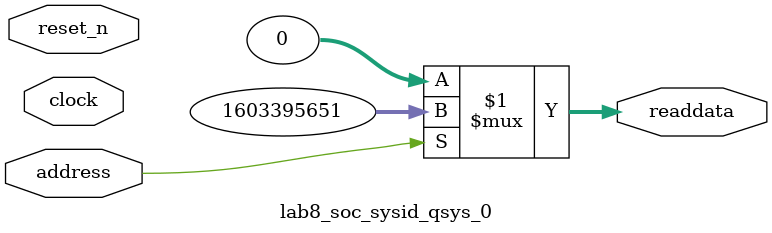
<source format=v>



// synthesis translate_off
`timescale 1ns / 1ps
// synthesis translate_on

// turn off superfluous verilog processor warnings 
// altera message_level Level1 
// altera message_off 10034 10035 10036 10037 10230 10240 10030 

module lab8_soc_sysid_qsys_0 (
               // inputs:
                address,
                clock,
                reset_n,

               // outputs:
                readdata
             )
;

  output  [ 31: 0] readdata;
  input            address;
  input            clock;
  input            reset_n;

  wire    [ 31: 0] readdata;
  //control_slave, which is an e_avalon_slave
  assign readdata = address ? 1603395651 : 0;

endmodule



</source>
